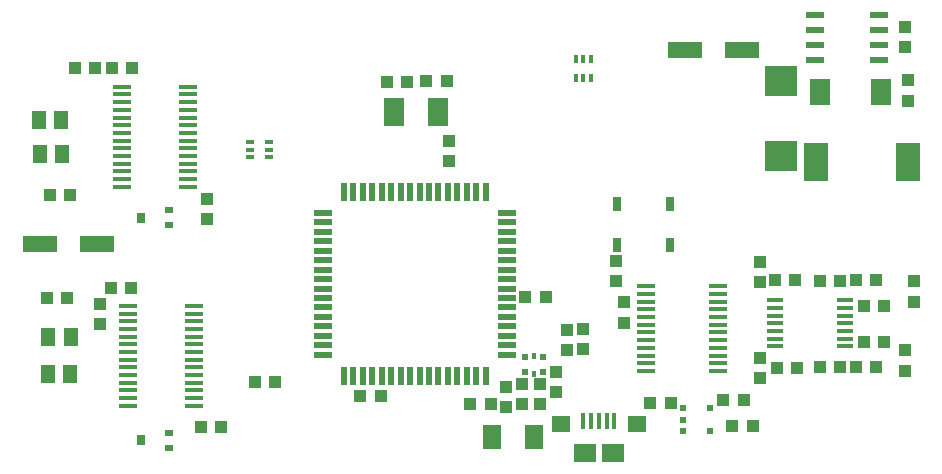
<source format=gtp>
G75*
G70*
%OFA0B0*%
%FSLAX24Y24*%
%IPPOS*%
%LPD*%
%AMOC8*
5,1,8,0,0,1.08239X$1,22.5*
%
%ADD10R,0.0591X0.0197*%
%ADD11R,0.0197X0.0591*%
%ADD12R,0.0644X0.0173*%
%ADD13R,0.0551X0.0157*%
%ADD14R,0.0394X0.0433*%
%ADD15R,0.0433X0.0394*%
%ADD16R,0.0669X0.0945*%
%ADD17R,0.0630X0.0551*%
%ADD18R,0.0157X0.0531*%
%ADD19R,0.0748X0.0630*%
%ADD20R,0.0157X0.0197*%
%ADD21R,0.0197X0.0197*%
%ADD22R,0.0591X0.0827*%
%ADD23R,0.0413X0.0425*%
%ADD24R,0.0425X0.0413*%
%ADD25R,0.0630X0.0118*%
%ADD26R,0.0512X0.0591*%
%ADD27R,0.1181X0.0551*%
%ADD28R,0.0118X0.0276*%
%ADD29R,0.0315X0.0472*%
%ADD30R,0.0276X0.0354*%
%ADD31R,0.0276X0.0236*%
%ADD32R,0.0709X0.0866*%
%ADD33R,0.0610X0.0236*%
%ADD34R,0.0787X0.1260*%
%ADD35R,0.1063X0.1004*%
%ADD36R,0.0276X0.0118*%
D10*
X016093Y004979D03*
X016093Y005294D03*
X016093Y005609D03*
X016093Y005924D03*
X016093Y006239D03*
X016093Y006554D03*
X016093Y006869D03*
X016093Y007184D03*
X016093Y007499D03*
X016093Y007814D03*
X016093Y008129D03*
X016093Y008443D03*
X016093Y008758D03*
X016093Y009073D03*
X016093Y009388D03*
X016093Y009703D03*
X022235Y009703D03*
X022235Y009388D03*
X022235Y009073D03*
X022235Y008758D03*
X022235Y008443D03*
X022235Y008129D03*
X022235Y007814D03*
X022235Y007499D03*
X022235Y007184D03*
X022235Y006869D03*
X022235Y006554D03*
X022235Y006239D03*
X022235Y005924D03*
X022235Y005609D03*
X022235Y005294D03*
X022235Y004979D03*
D11*
X021526Y004270D03*
X021211Y004270D03*
X020896Y004270D03*
X020581Y004270D03*
X020266Y004270D03*
X019951Y004270D03*
X019636Y004270D03*
X019321Y004270D03*
X019006Y004270D03*
X018691Y004270D03*
X018377Y004270D03*
X018062Y004270D03*
X017747Y004270D03*
X017432Y004270D03*
X017117Y004270D03*
X016802Y004270D03*
X016802Y010412D03*
X017117Y010412D03*
X017432Y010412D03*
X017747Y010412D03*
X018062Y010412D03*
X018377Y010412D03*
X018691Y010412D03*
X019006Y010412D03*
X019321Y010412D03*
X019636Y010412D03*
X019951Y010412D03*
X020266Y010412D03*
X020581Y010412D03*
X020896Y010412D03*
X021211Y010412D03*
X021526Y010412D03*
D12*
X026880Y007256D03*
X026880Y007001D03*
X026880Y006745D03*
X026880Y006489D03*
X026880Y006233D03*
X026880Y005977D03*
X026880Y005721D03*
X026880Y005465D03*
X026880Y005209D03*
X026880Y004953D03*
X026880Y004697D03*
X026880Y004441D03*
X029282Y004441D03*
X029282Y004697D03*
X029282Y004953D03*
X029282Y005209D03*
X029282Y005465D03*
X029282Y005721D03*
X029282Y005977D03*
X029282Y006233D03*
X029282Y006489D03*
X029282Y006745D03*
X029282Y007001D03*
X029282Y007256D03*
D13*
X031168Y006794D03*
X031168Y006538D03*
X031168Y006282D03*
X031168Y006026D03*
X031168Y005770D03*
X031168Y005514D03*
X031168Y005258D03*
X033491Y005258D03*
X033491Y005514D03*
X033491Y005770D03*
X033491Y006026D03*
X033491Y006282D03*
X033491Y006538D03*
X033491Y006794D03*
D14*
X034132Y006609D03*
X034802Y006609D03*
X034538Y007459D03*
X033869Y007459D03*
X033337Y007447D03*
X032668Y007447D03*
X031853Y007487D03*
X031184Y007487D03*
X034140Y005408D03*
X034810Y005408D03*
X034526Y004566D03*
X033857Y004566D03*
X033337Y004566D03*
X032668Y004566D03*
X031900Y004546D03*
X031231Y004546D03*
X014510Y004058D03*
X013841Y004058D03*
X012719Y002562D03*
X012050Y002562D03*
X008684Y006006D03*
X008684Y006676D03*
D15*
X007581Y006873D03*
X006912Y006873D03*
X009038Y007188D03*
X009707Y007188D03*
X012247Y009491D03*
X012247Y010160D03*
X007680Y010317D03*
X007010Y010317D03*
X007837Y014550D03*
X008506Y014550D03*
X009077Y014530D03*
X009747Y014530D03*
X025869Y008093D03*
X025869Y007424D03*
X024786Y005829D03*
X024235Y005810D03*
X024235Y005140D03*
X024786Y005160D03*
X023861Y004392D03*
X023329Y003999D03*
X023861Y003723D03*
X023329Y003329D03*
X022739Y003329D03*
X022739Y003999D03*
X030684Y004199D03*
X030684Y004869D03*
X030668Y007408D03*
X030668Y008077D03*
D16*
X019943Y013073D03*
X018487Y013073D03*
D17*
X024038Y002660D03*
X026558Y002660D03*
D18*
X025810Y002758D03*
X025554Y002758D03*
X025298Y002758D03*
X025042Y002758D03*
X024786Y002758D03*
D19*
X024825Y001695D03*
X025770Y001695D03*
D20*
X023132Y004353D03*
X023132Y004943D03*
D21*
X022837Y004904D03*
X022837Y004392D03*
X023428Y004392D03*
X023428Y004904D03*
X028113Y003191D03*
X028113Y002817D03*
X028113Y002443D03*
X029018Y002443D03*
X029018Y003191D03*
D22*
X023152Y002247D03*
X021735Y002247D03*
D23*
X021705Y003349D03*
X021016Y003349D03*
X018024Y003605D03*
X017335Y003605D03*
X022847Y006892D03*
X023536Y006892D03*
X027001Y003369D03*
X027690Y003369D03*
X029441Y003467D03*
X030130Y003467D03*
X030426Y002601D03*
X029737Y002601D03*
X018910Y014058D03*
X019540Y014097D03*
X020229Y014097D03*
X018221Y014058D03*
D24*
X020298Y012119D03*
X020298Y011430D03*
X026144Y006725D03*
X026144Y006036D03*
X022188Y003910D03*
X022188Y003221D03*
X035514Y004441D03*
X035514Y005130D03*
X035790Y006745D03*
X035790Y007434D03*
X035613Y013438D03*
X035613Y014127D03*
X035495Y015229D03*
X035495Y015918D03*
D25*
X009609Y003280D03*
X009609Y003536D03*
X009609Y003792D03*
X009609Y004048D03*
X009609Y004304D03*
X009609Y004560D03*
X009609Y004816D03*
X009609Y005071D03*
X009609Y005327D03*
X009609Y005583D03*
X009609Y005839D03*
X009609Y006095D03*
X009609Y006351D03*
X009609Y006607D03*
X011814Y006607D03*
X011814Y006351D03*
X011814Y006095D03*
X011814Y005839D03*
X011814Y005583D03*
X011814Y005327D03*
X011814Y005071D03*
X011814Y004816D03*
X011814Y004560D03*
X011814Y004304D03*
X011814Y004048D03*
X011814Y003792D03*
X011814Y003536D03*
X011814Y003280D03*
X011597Y010583D03*
X011597Y010839D03*
X011597Y011095D03*
X011597Y011351D03*
X011597Y011607D03*
X011597Y011863D03*
X011597Y012119D03*
X011597Y012375D03*
X011597Y012630D03*
X011597Y012886D03*
X011597Y013142D03*
X011597Y013398D03*
X011597Y013654D03*
X011597Y013910D03*
X009392Y013910D03*
X009392Y013654D03*
X009392Y013398D03*
X009392Y013142D03*
X009392Y012886D03*
X009392Y012630D03*
X009392Y012375D03*
X009392Y012119D03*
X009392Y011863D03*
X009392Y011607D03*
X009392Y011351D03*
X009392Y011095D03*
X009392Y010839D03*
X009392Y010583D03*
D26*
X007404Y011676D03*
X006656Y011676D03*
X006636Y012817D03*
X007384Y012817D03*
X007699Y005554D03*
X006951Y005554D03*
X006932Y004333D03*
X007680Y004333D03*
D27*
X008566Y008664D03*
X006676Y008664D03*
X028172Y015140D03*
X030062Y015140D03*
D28*
X025042Y014825D03*
X024786Y014825D03*
X024530Y014825D03*
X024530Y014195D03*
X024786Y014195D03*
X025042Y014195D03*
D29*
X025918Y010003D03*
X027670Y010003D03*
X027670Y008625D03*
X025918Y008625D03*
D30*
X010022Y009550D03*
X010022Y002129D03*
D31*
X010967Y002384D03*
X010967Y001873D03*
X010967Y009294D03*
X010967Y009806D03*
D32*
X032680Y013723D03*
X034688Y013723D03*
D33*
X034629Y014804D03*
X034630Y015304D03*
X034630Y015804D03*
X034629Y016304D03*
X032503Y016304D03*
X032503Y015804D03*
X032503Y015304D03*
X032503Y014804D03*
D34*
X032542Y011400D03*
X035613Y011400D03*
D35*
X031361Y011607D03*
X031361Y014107D03*
D36*
X014314Y012069D03*
X014314Y011814D03*
X014314Y011558D03*
X013684Y011558D03*
X013684Y011814D03*
X013684Y012069D03*
M02*

</source>
